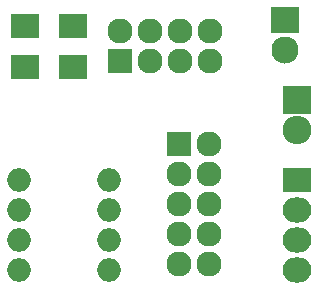
<source format=gbr>
G04 #@! TF.FileFunction,Soldermask,Bot*
%FSLAX46Y46*%
G04 Gerber Fmt 4.6, Leading zero omitted, Abs format (unit mm)*
G04 Created by KiCad (PCBNEW 4.0.1-stable) date 5/20/2016 3:53:06 PM*
%MOMM*%
G01*
G04 APERTURE LIST*
%ADD10C,0.100000*%
%ADD11R,2.127200X2.127200*%
%ADD12O,2.127200X2.127200*%
%ADD13R,2.400000X2.300000*%
%ADD14C,2.300000*%
%ADD15O,2.000000X2.000000*%
%ADD16R,2.432000X2.127200*%
%ADD17O,2.432000X2.127200*%
%ADD18R,2.432000X2.432000*%
%ADD19O,2.432000X2.432000*%
%ADD20R,2.400000X2.100000*%
G04 APERTURE END LIST*
D10*
D11*
X137000000Y-104000000D03*
D12*
X137000000Y-101460000D03*
X139540000Y-104000000D03*
X139540000Y-101460000D03*
X142080000Y-104000000D03*
X142080000Y-101460000D03*
X144620000Y-104000000D03*
X144620000Y-101460000D03*
D11*
X142000000Y-111000000D03*
D12*
X144540000Y-111000000D03*
X142000000Y-113540000D03*
X144540000Y-113540000D03*
X142000000Y-116080000D03*
X144540000Y-116080000D03*
X142000000Y-118620000D03*
X144540000Y-118620000D03*
X142000000Y-121160000D03*
X144540000Y-121160000D03*
D13*
X151000000Y-100500000D03*
D14*
X151000000Y-103040000D03*
D15*
X128500000Y-114000000D03*
X128500000Y-116540000D03*
X128500000Y-119080000D03*
X128500000Y-121620000D03*
X136120000Y-121620000D03*
X136120000Y-119080000D03*
X136120000Y-116540000D03*
X136120000Y-114000000D03*
D16*
X152000000Y-114000000D03*
D17*
X152000000Y-116540000D03*
X152000000Y-119080000D03*
X152000000Y-121620000D03*
D18*
X152000000Y-107250000D03*
D19*
X152000000Y-109790000D03*
D20*
X129000000Y-101000000D03*
X133000000Y-101000000D03*
X129000000Y-104500000D03*
X133000000Y-104500000D03*
M02*

</source>
